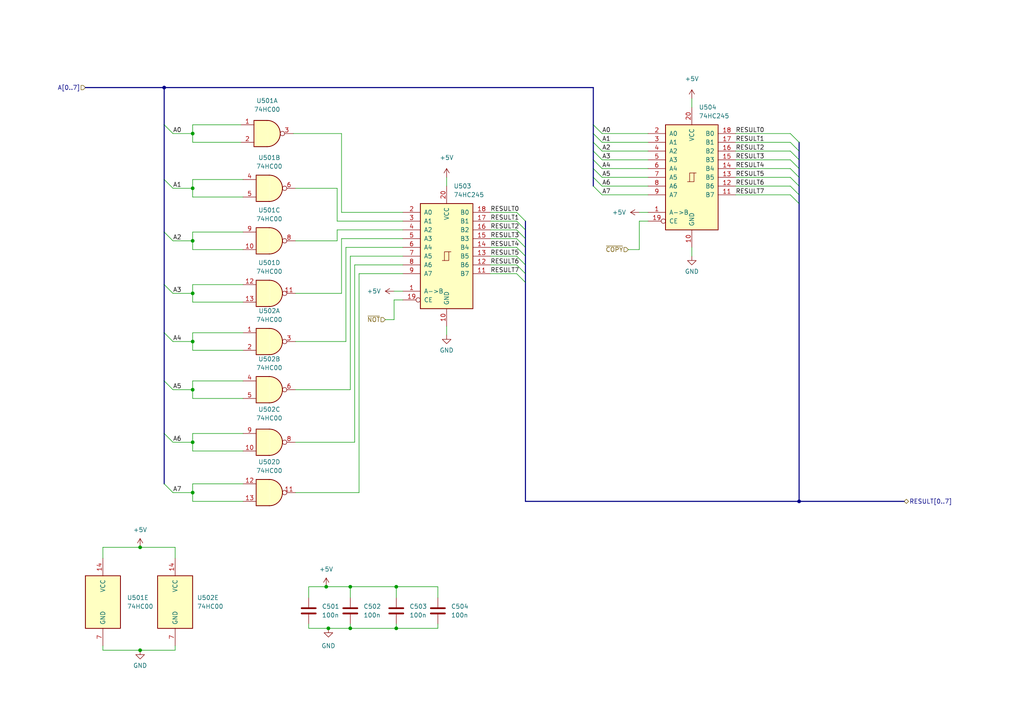
<source format=kicad_sch>
(kicad_sch (version 20211123) (generator eeschema)
  (paper "A4")
  (lib_symbols
    (symbol "74xx:74HC00" (pin_names (offset 1.016))
      (property "Reference" "U" (at 0 1.27 0))
      (property "Value" "74HC00" (at 0 -1.27 0))
      (symbol "74HC00_1_1"
        (arc (start 0 -3.81) (mid 3.81 0) (end 0 3.81) (stroke (width 0.254)) (fill (type background)))
        (polyline (pts (xy 0 3.81) (xy -3.81 3.81) (xy -3.81 -3.81) (xy 0 -3.81)) (stroke (width 0.254)) (fill (type background)))
        (pin input line (at -7.62 2.54 0) (length 3.81) (name "~") (number "1"))
        (pin input line (at -7.62 -2.54 0) (length 3.81) (name "~") (number "2"))
        (pin output inverted (at 7.62 0 180) (length 3.81) (name "~") (number "3"))
      )
      (symbol "74HC00_1_2"
        (arc (start -3.81 -3.81) (mid -2.589 0) (end -3.81 3.81) (stroke (width 0.254)))
        (arc (start -0.6096 -3.81) (mid 2.1842 -2.5851) (end 3.81 0) (stroke (width 0.254)) (fill (type background)))
        (polyline (pts (xy -3.81 -3.81) (xy -0.635 -3.81)) (stroke (width 0.254)) (fill (type background)))
        (polyline (pts (xy -3.81 3.81) (xy -0.635 3.81)) (stroke (width 0.254)) (fill (type background)))
        (polyline (pts (xy -0.635 3.81) (xy -3.81 3.81) (xy -3.81 3.81) (xy -3.556 3.4036) (xy -3.0226 2.2606) (xy -2.6924 1.0414) (xy -2.6162 -0.254) (xy -2.7686 -1.4986) (xy -3.175 -2.7178) (xy -3.81 -3.81) (xy -3.81 -3.81) (xy -0.635 -3.81)) (stroke (width -25.4)) (fill (type background)))
        (arc (start 3.81 0) (mid 2.1915 2.5936) (end -0.6096 3.81) (stroke (width 0.254)) (fill (type background)))
        (pin input inverted (at -7.62 2.54 0) (length 4.318) (name "~") (number "1"))
        (pin input inverted (at -7.62 -2.54 0) (length 4.318) (name "~") (number "2"))
        (pin output line (at 7.62 0 180) (length 3.81) (name "~") (number "3"))
      )
      (symbol "74HC00_2_1"
        (arc (start 0 -3.81) (mid 3.81 0) (end 0 3.81) (stroke (width 0.254)) (fill (type background)))
        (polyline (pts (xy 0 3.81) (xy -3.81 3.81) (xy -3.81 -3.81) (xy 0 -3.81)) (stroke (width 0.254)) (fill (type background)))
        (pin input line (at -7.62 2.54 0) (length 3.81) (name "~") (number "4"))
        (pin input line (at -7.62 -2.54 0) (length 3.81) (name "~") (number "5"))
        (pin output inverted (at 7.62 0 180) (length 3.81) (name "~") (number "6"))
      )
      (symbol "74HC00_2_2"
        (arc (start -3.81 -3.81) (mid -2.589 0) (end -3.81 3.81) (stroke (width 0.254)))
        (arc (start -0.6096 -3.81) (mid 2.1842 -2.5851) (end 3.81 0) (stroke (width 0.254)) (fill (type background)))
        (polyline (pts (xy -3.81 -3.81) (xy -0.635 -3.81)) (stroke (width 0.254)) (fill (type background)))
        (polyline (pts (xy -3.81 3.81) (xy -0.635 3.81)) (stroke (width 0.254)) (fill (type background)))
        (polyline (pts (xy -0.635 3.81) (xy -3.81 3.81) (xy -3.81 3.81) (xy -3.556 3.4036) (xy -3.0226 2.2606) (xy -2.6924 1.0414) (xy -2.6162 -0.254) (xy -2.7686 -1.4986) (xy -3.175 -2.7178) (xy -3.81 -3.81) (xy -3.81 -3.81) (xy -0.635 -3.81)) (stroke (width -25.4)) (fill (type background)))
        (arc (start 3.81 0) (mid 2.1915 2.5936) (end -0.6096 3.81) (stroke (width 0.254)) (fill (type background)))
        (pin input inverted (at -7.62 2.54 0) (length 4.318) (name "~") (number "4"))
        (pin input inverted (at -7.62 -2.54 0) (length 4.318) (name "~") (number "5"))
        (pin output line (at 7.62 0 180) (length 3.81) (name "~") (number "6"))
      )
      (symbol "74HC00_3_1"
        (arc (start 0 -3.81) (mid 3.81 0) (end 0 3.81) (stroke (width 0.254)) (fill (type background)))
        (polyline (pts (xy 0 3.81) (xy -3.81 3.81) (xy -3.81 -3.81) (xy 0 -3.81)) (stroke (width 0.254)) (fill (type background)))
        (pin input line (at -7.62 -2.54 0) (length 3.81) (name "~") (number "10"))
        (pin output inverted (at 7.62 0 180) (length 3.81) (name "~") (number "8"))
        (pin input line (at -7.62 2.54 0) (length 3.81) (name "~") (number "9"))
      )
      (symbol "74HC00_3_2"
        (arc (start -3.81 -3.81) (mid -2.589 0) (end -3.81 3.81) (stroke (width 0.254)))
        (arc (start -0.6096 -3.81) (mid 2.1842 -2.5851) (end 3.81 0) (stroke (width 0.254)) (fill (type background)))
        (polyline (pts (xy -3.81 -3.81) (xy -0.635 -3.81)) (stroke (width 0.254)) (fill (type background)))
        (polyline (pts (xy -3.81 3.81) (xy -0.635 3.81)) (stroke (width 0.254)) (fill (type background)))
        (polyline (pts (xy -0.635 3.81) (xy -3.81 3.81) (xy -3.81 3.81) (xy -3.556 3.4036) (xy -3.0226 2.2606) (xy -2.6924 1.0414) (xy -2.6162 -0.254) (xy -2.7686 -1.4986) (xy -3.175 -2.7178) (xy -3.81 -3.81) (xy -3.81 -3.81) (xy -0.635 -3.81)) (stroke (width -25.4)) (fill (type background)))
        (arc (start 3.81 0) (mid 2.1915 2.5936) (end -0.6096 3.81) (stroke (width 0.254)) (fill (type background)))
        (pin input inverted (at -7.62 -2.54 0) (length 4.318) (name "~") (number "10"))
        (pin output line (at 7.62 0 180) (length 3.81) (name "~") (number "8"))
        (pin input inverted (at -7.62 2.54 0) (length 4.318) (name "~") (number "9"))
      )
      (symbol "74HC00_4_1"
        (arc (start 0 -3.81) (mid 3.81 0) (end 0 3.81) (stroke (width 0.254)) (fill (type background)))
        (polyline (pts (xy 0 3.81) (xy -3.81 3.81) (xy -3.81 -3.81) (xy 0 -3.81)) (stroke (width 0.254)) (fill (type background)))
        (pin output inverted (at 7.62 0 180) (length 3.81) (name "~") (number "11"))
        (pin input line (at -7.62 2.54 0) (length 3.81) (name "~") (number "12"))
        (pin input line (at -7.62 -2.54 0) (length 3.81) (name "~") (number "13"))
      )
      (symbol "74HC00_4_2"
        (arc (start -3.81 -3.81) (mid -2.589 0) (end -3.81 3.81) (stroke (width 0.254)))
        (arc (start -0.6096 -3.81) (mid 2.1842 -2.5851) (end 3.81 0) (stroke (width 0.254)) (fill (type background)))
        (polyline (pts (xy -3.81 -3.81) (xy -0.635 -3.81)) (stroke (width 0.254)) (fill (type background)))
        (polyline (pts (xy -3.81 3.81) (xy -0.635 3.81)) (stroke (width 0.254)) (fill (type background)))
        (polyline (pts (xy -0.635 3.81) (xy -3.81 3.81) (xy -3.81 3.81) (xy -3.556 3.4036) (xy -3.0226 2.2606) (xy -2.6924 1.0414) (xy -2.6162 -0.254) (xy -2.7686 -1.4986) (xy -3.175 -2.7178) (xy -3.81 -3.81) (xy -3.81 -3.81) (xy -0.635 -3.81)) (stroke (width -25.4)) (fill (type background)))
        (arc (start 3.81 0) (mid 2.1915 2.5936) (end -0.6096 3.81) (stroke (width 0.254)) (fill (type background)))
        (pin output line (at 7.62 0 180) (length 3.81) (name "~") (number "11"))
        (pin input inverted (at -7.62 2.54 0) (length 4.318) (name "~") (number "12"))
        (pin input inverted (at -7.62 -2.54 0) (length 4.318) (name "~") (number "13"))
      )
      (symbol "74HC00_5_0"
        (pin power_in line (at 0 12.7 270) (length 5.08) (name "VCC") (number "14"))
        (pin power_in line (at 0 -12.7 90) (length 5.08) (name "GND") (number "7"))
      )
      (symbol "74HC00_5_1"
        (rectangle (start -5.08 7.62) (end 5.08 -7.62) (stroke (width 0.254)) (fill (type background)))
      )
    )
    (symbol "74xx:74HC245" (pin_names (offset 1.016))
      (property "Reference" "U" (at -7.62 16.51 0))
      (property "Value" "74HC245" (at -7.62 -16.51 0))
      (symbol "74HC245_1_0"
        (polyline (pts (xy -0.635 -1.27) (xy -0.635 1.27) (xy 0.635 1.27)))
        (polyline (pts (xy -1.27 -1.27) (xy 0.635 -1.27) (xy 0.635 1.27) (xy 1.27 1.27)))
        (pin input line (at -12.7 -10.16 0) (length 5.08) (name "A->B") (number "1"))
        (pin power_in line (at 0 -20.32 90) (length 5.08) (name "GND") (number "10"))
        (pin tri_state line (at 12.7 -5.08 180) (length 5.08) (name "B7") (number "11"))
        (pin tri_state line (at 12.7 -2.54 180) (length 5.08) (name "B6") (number "12"))
        (pin tri_state line (at 12.7 0 180) (length 5.08) (name "B5") (number "13"))
        (pin tri_state line (at 12.7 2.54 180) (length 5.08) (name "B4") (number "14"))
        (pin tri_state line (at 12.7 5.08 180) (length 5.08) (name "B3") (number "15"))
        (pin tri_state line (at 12.7 7.62 180) (length 5.08) (name "B2") (number "16"))
        (pin tri_state line (at 12.7 10.16 180) (length 5.08) (name "B1") (number "17"))
        (pin tri_state line (at 12.7 12.7 180) (length 5.08) (name "B0") (number "18"))
        (pin input inverted (at -12.7 -12.7 0) (length 5.08) (name "CE") (number "19"))
        (pin tri_state line (at -12.7 12.7 0) (length 5.08) (name "A0") (number "2"))
        (pin power_in line (at 0 20.32 270) (length 5.08) (name "VCC") (number "20"))
        (pin tri_state line (at -12.7 10.16 0) (length 5.08) (name "A1") (number "3"))
        (pin tri_state line (at -12.7 7.62 0) (length 5.08) (name "A2") (number "4"))
        (pin tri_state line (at -12.7 5.08 0) (length 5.08) (name "A3") (number "5"))
        (pin tri_state line (at -12.7 2.54 0) (length 5.08) (name "A4") (number "6"))
        (pin tri_state line (at -12.7 0 0) (length 5.08) (name "A5") (number "7"))
        (pin tri_state line (at -12.7 -2.54 0) (length 5.08) (name "A6") (number "8"))
        (pin tri_state line (at -12.7 -5.08 0) (length 5.08) (name "A7") (number "9"))
      )
      (symbol "74HC245_1_1"
        (rectangle (start -7.62 15.24) (end 7.62 -15.24) (stroke (width 0.254)) (fill (type background)))
      )
    )
    (symbol "Device:C" (pin_numbers hide) (pin_names (offset 0.254))
      (property "Reference" "C" (at 0.635 2.54 0))
      (property "Value" "C" (at 0.635 -2.54 0))
      (symbol "C_0_1"
        (polyline (pts (xy -2.032 -0.762) (xy 2.032 -0.762)) (stroke (width 0.508)))
        (polyline (pts (xy -2.032 0.762) (xy 2.032 0.762)) (stroke (width 0.508)))
      )
      (symbol "C_1_1"
        (pin passive line (at 0 3.81 270) (length 2.794) (name "~") (number "1"))
        (pin passive line (at 0 -3.81 90) (length 2.794) (name "~") (number "2"))
      )
    )
    (symbol "power:+5V" (power) (pin_names (offset 0))
      (property "Value" "+5V" (at 0 3.556 0))
      (symbol "+5V_0_1"
        (polyline (pts (xy -0.762 1.27) (xy 0 2.54)))
        (polyline (pts (xy 0 0) (xy 0 2.54)))
        (polyline (pts (xy 0 2.54) (xy 0.762 1.27)))
      )
      (symbol "+5V_1_1"
        (pin power_in line (at 0 0 90) (length 0) hide (name "+5V") (number "1"))
      )
    )
    (symbol "power:GND" (power) (pin_names (offset 0))
      (property "Value" "GND" (at 0 -3.81 0))
      (symbol "GND_0_1"
        (polyline (pts (xy 0 0) (xy 0 -1.27) (xy 1.27 -1.27) (xy 0 -2.54) (xy -1.27 -1.27) (xy 0 -1.27)))
      )
      (symbol "GND_1_1"
        (pin power_in line (at 0 0 270) (length 0) hide (name "GND") (number "1"))
      )
    )
  )
  (junction (at 114.935 170.18))
  (junction (at 55.88 113.03))
  (junction (at 101.6 170.18))
  (junction (at 55.88 54.61))
  (junction (at 114.935 182.245))
  (junction (at 231.775 145.415))
  (junction (at 94.615 170.18))
  (junction (at 101.6 182.245))
  (junction (at 40.64 158.75))
  (junction (at 55.88 99.06))
  (junction (at 55.88 69.85))
  (junction (at 40.64 188.595))
  (junction (at 55.88 128.27))
  (junction (at 47.625 25.4))
  (junction (at 55.88 38.735))
  (junction (at 95.25 182.245))
  (junction (at 55.88 85.09))
  (junction (at 55.88 142.875))
  (bus_entry (at 231.775 48.895) (size -2.54 -2.54))
  (bus_entry (at 172.085 43.815) (size 2.54 2.54))
  (bus_entry (at 172.085 38.735) (size 2.54 2.54))
  (bus_entry (at 152.4 81.915) (size -2.54 -2.54))
  (bus_entry (at 152.4 74.295) (size -2.54 -2.54))
  (bus_entry (at 231.775 43.815) (size -2.54 -2.54))
  (bus_entry (at 172.085 41.275) (size 2.54 2.54))
  (bus_entry (at 47.625 140.335) (size 2.54 2.54))
  (bus_entry (at 152.4 76.835) (size -2.54 -2.54))
  (bus_entry (at 231.775 53.975) (size -2.54 -2.54))
  (bus_entry (at 152.4 69.215) (size -2.54 -2.54))
  (bus_entry (at 231.775 51.435) (size -2.54 -2.54))
  (bus_entry (at 47.625 52.07) (size 2.54 2.54))
  (bus_entry (at 172.085 53.975) (size 2.54 2.54))
  (bus_entry (at 152.4 71.755) (size -2.54 -2.54))
  (bus_entry (at 152.4 64.135) (size -2.54 -2.54))
  (bus_entry (at 231.775 41.275) (size -2.54 -2.54))
  (bus_entry (at 172.085 48.895) (size 2.54 2.54))
  (bus_entry (at 152.4 79.375) (size -2.54 -2.54))
  (bus_entry (at 47.625 125.73) (size 2.54 2.54))
  (bus_entry (at 172.085 51.435) (size 2.54 2.54))
  (bus_entry (at 172.085 36.195) (size 2.54 2.54))
  (bus_entry (at 231.775 56.515) (size -2.54 -2.54))
  (bus_entry (at 47.625 82.55) (size 2.54 2.54))
  (bus_entry (at 152.4 66.675) (size -2.54 -2.54))
  (bus_entry (at 47.625 110.49) (size 2.54 2.54))
  (bus_entry (at 47.625 67.31) (size 2.54 2.54))
  (bus_entry (at 172.085 46.355) (size 2.54 2.54))
  (bus_entry (at 231.775 59.055) (size -2.54 -2.54))
  (bus_entry (at 47.625 96.52) (size 2.54 2.54))
  (bus_entry (at 231.775 46.355) (size -2.54 -2.54))
  (bus_entry (at 47.625 36.195) (size 2.54 2.54))
  (wire (pts (xy 101.6 113.03) (xy 101.6 74.295)))
  (wire (pts (xy 55.88 36.195) (xy 69.85 36.195)))
  (bus (pts (xy 231.775 56.515) (xy 231.775 59.055)))
  (bus (pts (xy 47.625 67.31) (xy 47.625 82.55)))
  (bus (pts (xy 47.625 110.49) (xy 47.625 125.73)))
  (wire (pts (xy 55.88 85.09) (xy 55.88 82.55)))
  (wire (pts (xy 50.165 69.85) (xy 55.88 69.85)))
  (wire (pts (xy 70.485 87.63) (xy 55.88 87.63)))
  (wire (pts (xy 29.845 158.75) (xy 40.64 158.75)))
  (wire (pts (xy 55.88 54.61) (xy 55.88 52.07)))
  (wire (pts (xy 70.485 115.57) (xy 55.88 115.57)))
  (wire (pts (xy 200.66 71.755) (xy 200.66 74.295)))
  (bus (pts (xy 172.085 48.895) (xy 172.085 51.435)))
  (wire (pts (xy 55.88 110.49) (xy 70.485 110.49)))
  (wire (pts (xy 99.06 85.09) (xy 99.06 69.215)))
  (bus (pts (xy 152.4 79.375) (xy 152.4 76.835)))
  (wire (pts (xy 97.79 66.675) (xy 116.84 66.675)))
  (wire (pts (xy 185.42 72.39) (xy 185.42 64.135)))
  (bus (pts (xy 47.625 96.52) (xy 47.625 110.49)))
  (wire (pts (xy 174.625 56.515) (xy 187.96 56.515)))
  (bus (pts (xy 152.4 71.755) (xy 152.4 69.215)))
  (wire (pts (xy 142.24 66.675) (xy 149.86 66.675)))
  (bus (pts (xy 172.085 43.815) (xy 172.085 46.355)))
  (bus (pts (xy 231.775 41.275) (xy 231.775 43.815)))
  (wire (pts (xy 40.64 158.75) (xy 50.8 158.75)))
  (wire (pts (xy 142.24 79.375) (xy 149.86 79.375)))
  (bus (pts (xy 231.775 145.415) (xy 152.4 145.415)))
  (wire (pts (xy 185.42 64.135) (xy 187.96 64.135)))
  (bus (pts (xy 152.4 81.915) (xy 152.4 79.375)))
  (bus (pts (xy 47.625 125.73) (xy 47.625 140.335)))
  (wire (pts (xy 50.165 142.875) (xy 55.88 142.875)))
  (wire (pts (xy 55.88 145.415) (xy 70.485 145.415)))
  (wire (pts (xy 213.36 51.435) (xy 229.235 51.435)))
  (wire (pts (xy 213.36 46.355) (xy 229.235 46.355)))
  (bus (pts (xy 172.085 36.195) (xy 172.085 38.735)))
  (wire (pts (xy 50.165 85.09) (xy 55.88 85.09)))
  (wire (pts (xy 70.485 101.6) (xy 55.88 101.6)))
  (wire (pts (xy 55.88 67.31) (xy 70.485 67.31)))
  (bus (pts (xy 47.625 82.55) (xy 47.625 96.52)))
  (wire (pts (xy 129.54 94.615) (xy 129.54 97.155)))
  (wire (pts (xy 55.88 125.73) (xy 70.485 125.73)))
  (wire (pts (xy 85.725 113.03) (xy 101.6 113.03)))
  (wire (pts (xy 213.36 53.975) (xy 229.235 53.975)))
  (wire (pts (xy 185.42 61.595) (xy 187.96 61.595)))
  (bus (pts (xy 231.775 59.055) (xy 231.775 145.415)))
  (wire (pts (xy 114.935 170.18) (xy 114.935 173.355)))
  (wire (pts (xy 95.25 182.245) (xy 101.6 182.245)))
  (wire (pts (xy 114.935 170.18) (xy 127 170.18)))
  (wire (pts (xy 101.6 170.18) (xy 114.935 170.18)))
  (wire (pts (xy 29.845 161.925) (xy 29.845 158.75)))
  (wire (pts (xy 55.88 128.27) (xy 55.88 125.73)))
  (wire (pts (xy 174.625 41.275) (xy 187.96 41.275)))
  (wire (pts (xy 142.24 61.595) (xy 149.86 61.595)))
  (wire (pts (xy 111.76 92.71) (xy 114.3 92.71)))
  (wire (pts (xy 50.165 128.27) (xy 55.88 128.27)))
  (wire (pts (xy 55.88 140.335) (xy 55.88 142.875)))
  (wire (pts (xy 174.625 46.355) (xy 187.96 46.355)))
  (bus (pts (xy 172.085 25.4) (xy 172.085 36.195)))
  (wire (pts (xy 116.84 61.595) (xy 99.06 61.595)))
  (bus (pts (xy 172.085 38.735) (xy 172.085 41.275)))
  (wire (pts (xy 142.24 64.135) (xy 149.86 64.135)))
  (wire (pts (xy 97.79 54.61) (xy 85.725 54.61)))
  (wire (pts (xy 114.935 182.245) (xy 114.935 180.975)))
  (wire (pts (xy 70.485 140.335) (xy 55.88 140.335)))
  (bus (pts (xy 152.4 74.295) (xy 152.4 71.755)))
  (wire (pts (xy 55.88 99.06) (xy 55.88 96.52)))
  (wire (pts (xy 29.845 188.595) (xy 40.64 188.595)))
  (bus (pts (xy 172.085 46.355) (xy 172.085 48.895)))
  (wire (pts (xy 101.6 170.18) (xy 101.6 173.355)))
  (wire (pts (xy 213.36 48.895) (xy 229.235 48.895)))
  (bus (pts (xy 47.625 36.195) (xy 47.625 52.07)))
  (wire (pts (xy 50.165 38.735) (xy 55.88 38.735)))
  (wire (pts (xy 97.79 64.135) (xy 97.79 54.61)))
  (wire (pts (xy 89.535 180.975) (xy 89.535 182.245)))
  (wire (pts (xy 99.06 69.215) (xy 116.84 69.215)))
  (wire (pts (xy 114.3 92.71) (xy 114.3 86.995)))
  (bus (pts (xy 152.4 69.215) (xy 152.4 66.675)))
  (wire (pts (xy 101.6 74.295) (xy 116.84 74.295)))
  (bus (pts (xy 24.765 25.4) (xy 47.625 25.4)))
  (bus (pts (xy 231.775 48.895) (xy 231.775 51.435)))
  (wire (pts (xy 142.24 71.755) (xy 149.86 71.755)))
  (wire (pts (xy 100.33 71.755) (xy 116.84 71.755)))
  (wire (pts (xy 104.14 142.875) (xy 85.725 142.875)))
  (wire (pts (xy 174.625 38.735) (xy 187.96 38.735)))
  (bus (pts (xy 231.775 53.975) (xy 231.775 56.515)))
  (wire (pts (xy 55.88 101.6) (xy 55.88 99.06)))
  (bus (pts (xy 231.775 51.435) (xy 231.775 53.975)))
  (wire (pts (xy 114.935 182.245) (xy 127 182.245)))
  (bus (pts (xy 172.085 51.435) (xy 172.085 53.975)))
  (wire (pts (xy 85.725 99.06) (xy 100.33 99.06)))
  (wire (pts (xy 50.165 54.61) (xy 55.88 54.61)))
  (bus (pts (xy 152.4 66.675) (xy 152.4 64.135)))
  (wire (pts (xy 182.245 72.39) (xy 185.42 72.39)))
  (wire (pts (xy 116.84 79.375) (xy 104.14 79.375)))
  (bus (pts (xy 152.4 76.835) (xy 152.4 74.295)))
  (wire (pts (xy 50.8 188.595) (xy 50.8 187.325)))
  (wire (pts (xy 213.36 43.815) (xy 229.235 43.815)))
  (wire (pts (xy 97.79 69.85) (xy 97.79 66.675)))
  (wire (pts (xy 69.85 41.275) (xy 55.88 41.275)))
  (wire (pts (xy 55.88 115.57) (xy 55.88 113.03)))
  (wire (pts (xy 55.88 69.85) (xy 55.88 67.31)))
  (wire (pts (xy 55.88 142.875) (xy 55.88 145.415)))
  (wire (pts (xy 85.725 69.85) (xy 97.79 69.85)))
  (wire (pts (xy 89.535 182.245) (xy 95.25 182.245)))
  (wire (pts (xy 104.14 79.375) (xy 104.14 142.875)))
  (wire (pts (xy 94.615 170.18) (xy 101.6 170.18)))
  (wire (pts (xy 200.66 28.575) (xy 200.66 31.115)))
  (wire (pts (xy 142.24 74.295) (xy 149.86 74.295)))
  (wire (pts (xy 89.535 170.18) (xy 94.615 170.18)))
  (wire (pts (xy 174.625 43.815) (xy 187.96 43.815)))
  (wire (pts (xy 114.3 86.995) (xy 116.84 86.995)))
  (wire (pts (xy 70.485 72.39) (xy 55.88 72.39)))
  (wire (pts (xy 213.36 41.275) (xy 229.235 41.275)))
  (wire (pts (xy 101.6 182.245) (xy 114.935 182.245)))
  (wire (pts (xy 142.24 69.215) (xy 149.86 69.215)))
  (wire (pts (xy 99.06 61.595) (xy 99.06 38.735)))
  (wire (pts (xy 101.6 180.975) (xy 101.6 182.245)))
  (wire (pts (xy 70.485 130.81) (xy 55.88 130.81)))
  (wire (pts (xy 174.625 51.435) (xy 187.96 51.435)))
  (bus (pts (xy 172.085 41.275) (xy 172.085 43.815)))
  (wire (pts (xy 116.84 64.135) (xy 97.79 64.135)))
  (wire (pts (xy 127 170.18) (xy 127 173.355)))
  (wire (pts (xy 129.54 51.435) (xy 129.54 53.975)))
  (wire (pts (xy 142.24 76.835) (xy 149.86 76.835)))
  (wire (pts (xy 89.535 173.355) (xy 89.535 170.18)))
  (wire (pts (xy 55.88 38.735) (xy 55.88 36.195)))
  (wire (pts (xy 85.725 85.09) (xy 99.06 85.09)))
  (wire (pts (xy 55.88 130.81) (xy 55.88 128.27)))
  (bus (pts (xy 152.4 145.415) (xy 152.4 81.915)))
  (bus (pts (xy 47.625 25.4) (xy 47.625 36.195)))
  (bus (pts (xy 231.775 46.355) (xy 231.775 48.895)))
  (bus (pts (xy 47.625 25.4) (xy 172.085 25.4)))
  (wire (pts (xy 55.88 113.03) (xy 55.88 110.49)))
  (wire (pts (xy 50.8 158.75) (xy 50.8 161.925)))
  (wire (pts (xy 213.36 56.515) (xy 229.235 56.515)))
  (wire (pts (xy 102.87 128.27) (xy 102.87 76.835)))
  (wire (pts (xy 50.165 113.03) (xy 55.88 113.03)))
  (wire (pts (xy 70.485 57.15) (xy 55.88 57.15)))
  (wire (pts (xy 50.165 99.06) (xy 55.88 99.06)))
  (wire (pts (xy 127 180.975) (xy 127 182.245)))
  (bus (pts (xy 47.625 52.07) (xy 47.625 67.31)))
  (wire (pts (xy 174.625 53.975) (xy 187.96 53.975)))
  (wire (pts (xy 102.87 76.835) (xy 116.84 76.835)))
  (wire (pts (xy 174.625 48.895) (xy 187.96 48.895)))
  (wire (pts (xy 114.3 84.455) (xy 116.84 84.455)))
  (wire (pts (xy 55.88 41.275) (xy 55.88 38.735)))
  (wire (pts (xy 55.88 82.55) (xy 70.485 82.55)))
  (wire (pts (xy 55.88 57.15) (xy 55.88 54.61)))
  (wire (pts (xy 40.64 188.595) (xy 50.8 188.595)))
  (wire (pts (xy 85.725 128.27) (xy 102.87 128.27)))
  (wire (pts (xy 213.36 38.735) (xy 229.235 38.735)))
  (wire (pts (xy 55.88 96.52) (xy 70.485 96.52)))
  (bus (pts (xy 231.775 43.815) (xy 231.775 46.355)))
  (wire (pts (xy 55.88 87.63) (xy 55.88 85.09)))
  (bus (pts (xy 262.255 145.415) (xy 231.775 145.415)))
  (wire (pts (xy 100.33 99.06) (xy 100.33 71.755)))
  (wire (pts (xy 99.06 38.735) (xy 85.09 38.735)))
  (wire (pts (xy 55.88 72.39) (xy 55.88 69.85)))
  (wire (pts (xy 55.88 52.07) (xy 70.485 52.07)))
  (wire (pts (xy 29.845 187.325) (xy 29.845 188.595)))
  (label "RESULT3" (at 142.24 69.215 0))
  (label "RESULT7" (at 213.36 56.515 0))
  (label "RESULT5" (at 213.36 51.435 0))
  (label "A5" (at 174.625 51.435 0))
  (label "A7" (at 174.625 56.515 0))
  (label "A4" (at 174.625 48.895 0))
  (label "RESULT0" (at 213.36 38.735 0))
  (label "RESULT4" (at 142.24 71.755 0))
  (label "A7" (at 50.165 142.875 0))
  (label "RESULT4" (at 213.36 48.895 0))
  (label "RESULT5" (at 142.24 74.295 0))
  (label "A1" (at 174.625 41.275 0))
  (label "A2" (at 174.625 43.815 0))
  (label "RESULT7" (at 142.24 79.375 0))
  (label "A6" (at 50.165 128.27 0))
  (label "RESULT2" (at 142.24 66.675 0))
  (label "RESULT2" (at 213.36 43.815 0))
  (label "A3" (at 50.165 85.09 0))
  (label "RESULT6" (at 213.36 53.975 0))
  (label "RESULT6" (at 142.24 76.835 0))
  (label "A1" (at 50.165 54.61 0))
  (label "A0" (at 50.165 38.735 0))
  (label "RESULT1" (at 142.24 64.135 0))
  (label "RESULT0" (at 142.24 61.595 0))
  (label "A4" (at 50.165 99.06 0))
  (label "RESULT3" (at 213.36 46.355 0))
  (label "A3" (at 174.625 46.355 0))
  (label "RESULT1" (at 213.36 41.275 0))
  (label "A6" (at 174.625 53.975 0))
  (label "A5" (at 50.165 113.03 0))
  (label "A0" (at 174.625 38.735 0))
  (label "A2" (at 50.165 69.85 0))
  (hierarchical_label "A[0..7]" (shape input) (at 24.765 25.4 180))
  (hierarchical_label "~{NOT}" (shape input) (at 111.76 92.71 180))
  (hierarchical_label "RESULT[0..7]" (shape tri_state) (at 262.255 145.415 0))
  (hierarchical_label "~{COPY}" (shape input) (at 182.245 72.39 180))
  (symbol (lib_id "Device:C") (at 101.6 177.165 0) (unit 1)
    (property "Reference" "C502" (at 105.41 175.8949 0) (effects (justify left)))
    (property "Value" "100n" (at 105.41 178.4349 0) (effects (justify left)))
    (property "Footprint" "Capacitor_SMD:C_0603_1608Metric" (effects hide))
    (property "Datasheet" "https://datasheet.lcsc.com/lcsc/1809301912_YAGEO-CC0603KRX7R9BB104_C14663.pdf" (effects hide))
    (property "LCSC" "C14663" (effects hide))
  )
  (symbol (lib_id "74xx:74HC245") (at 200.66 51.435 0) (unit 1)
    (property "Reference" "U504" (at 202.6794 31.115 0) (effects (justify left)))
    (property "Value" "74HC245" (at 202.6794 33.655 0) (effects (justify left)))
    (property "Footprint" "Package_SO:SOIC-20W_7.5x12.8mm_P1.27mm" (effects hide))
    (property "Datasheet" "http://www.ti.com/lit/gpn/sn74HC245" (effects hide))
    (property "LCSC" "C5625" (effects hide))
  )
  (symbol (lib_id "74xx:74HC00") (at 78.105 113.03 0) (unit 2)
    (property "Reference" "U502" (at 78.105 104.14 0))
    (property "Value" "74HC00" (at 78.105 106.68 0))
    (property "Datasheet" "http://www.ti.com/lit/gpn/sn74hc00" (effects hide))
  )
  (symbol (lib_id "power:+5V") (at 40.64 158.75 0) (unit 1)
    (property "Reference" "#PWR0501" (effects hide))
    (property "Value" "+5V" (at 40.64 153.67 0))
  )
  (symbol (lib_id "power:GND") (at 40.64 188.595 0) (unit 1)
    (property "Reference" "#PWR0502" (effects hide))
    (property "Value" "GND" (at 40.64 193.04 0))
  )
  (symbol (lib_id "power:+5V") (at 185.42 61.595 90) (unit 1)
    (property "Reference" "#PWR0508" (effects hide))
    (property "Value" "+5V" (at 181.61 61.5949 90) (effects (justify left)))
  )
  (symbol (lib_id "74xx:74HC00") (at 78.105 69.85 0) (unit 3)
    (property "Reference" "U501" (at 78.105 60.96 0))
    (property "Value" "74HC00" (at 78.105 63.5 0))
    (property "Datasheet" "http://www.ti.com/lit/gpn/sn74hc00" (effects hide))
  )
  (symbol (lib_id "power:GND") (at 95.25 182.245 0) (unit 1)
    (property "Reference" "#PWR0504" (effects hide))
    (property "Value" "GND" (at 95.25 187.325 0))
  )
  (symbol (lib_id "Device:C") (at 127 177.165 0) (unit 1)
    (property "Reference" "C504" (at 130.81 175.8949 0) (effects (justify left)))
    (property "Value" "100n" (at 130.81 178.4349 0) (effects (justify left)))
    (property "Footprint" "Capacitor_SMD:C_0603_1608Metric" (effects hide))
    (property "Datasheet" "https://datasheet.lcsc.com/lcsc/1809301912_YAGEO-CC0603KRX7R9BB104_C14663.pdf" (effects hide))
    (property "LCSC" "C14663" (effects hide))
  )
  (symbol (lib_id "74xx:74HC00") (at 78.105 99.06 0) (unit 1)
    (property "Reference" "U502" (at 78.105 90.17 0))
    (property "Value" "74HC00" (at 78.105 92.71 0))
    (property "Datasheet" "http://www.ti.com/lit/gpn/sn74hc00" (effects hide))
  )
  (symbol (lib_id "74xx:74HC00") (at 50.8 174.625 0) (unit 5)
    (property "Reference" "U502" (at 57.15 173.3549 0) (effects (justify left)))
    (property "Value" "74HC00" (at 57.15 175.8949 0) (effects (justify left)))
    (property "Footprint" "Package_DIP:DIP-14_W7.62mm_Socket" (effects hide))
    (property "Datasheet" "http://www.ti.com/lit/gpn/sn74hc00" (effects hide))
  )
  (symbol (lib_id "power:GND") (at 129.54 97.155 0) (unit 1)
    (property "Reference" "#PWR0507" (effects hide))
    (property "Value" "GND" (at 129.54 101.6 0))
  )
  (symbol (lib_id "74xx:74HC00") (at 77.47 38.735 0) (unit 1)
    (property "Reference" "U501" (at 77.47 29.21 0))
    (property "Value" "74HC00" (at 77.47 31.75 0))
    (property "Datasheet" "http://www.ti.com/lit/gpn/sn74hc00" (effects hide))
  )
  (symbol (lib_id "74xx:74HC00") (at 78.105 54.61 0) (unit 2)
    (property "Reference" "U501" (at 78.105 45.72 0))
    (property "Value" "74HC00" (at 78.105 48.26 0))
    (property "Datasheet" "http://www.ti.com/lit/gpn/sn74hc00" (effects hide))
  )
  (symbol (lib_id "power:+5V") (at 114.3 84.455 90) (unit 1)
    (property "Reference" "#PWR0505" (effects hide))
    (property "Value" "+5V" (at 110.49 84.4549 90) (effects (justify left)))
  )
  (symbol (lib_id "Device:C") (at 114.935 177.165 0) (unit 1)
    (property "Reference" "C503" (at 118.745 175.8949 0) (effects (justify left)))
    (property "Value" "100n" (at 118.745 178.4349 0) (effects (justify left)))
    (property "Footprint" "Capacitor_SMD:C_0603_1608Metric" (effects hide))
    (property "Datasheet" "https://datasheet.lcsc.com/lcsc/1809301912_YAGEO-CC0603KRX7R9BB104_C14663.pdf" (effects hide))
    (property "LCSC" "C14663" (effects hide))
  )
  (symbol (lib_id "74xx:74HC00") (at 78.105 142.875 0) (unit 4)
    (property "Reference" "U502" (at 78.105 133.985 0))
    (property "Value" "74HC00" (at 78.105 136.525 0))
    (property "Datasheet" "http://www.ti.com/lit/gpn/sn74hc00" (effects hide))
  )
  (symbol (lib_id "74xx:74HC00") (at 29.845 174.625 0) (unit 5)
    (property "Reference" "U501" (at 36.83 173.3549 0) (effects (justify left)))
    (property "Value" "74HC00" (at 36.83 175.8949 0) (effects (justify left)))
    (property "Footprint" "Package_DIP:DIP-14_W7.62mm_Socket" (effects hide))
    (property "Datasheet" "http://www.ti.com/lit/gpn/sn74hc00" (effects hide))
  )
  (symbol (lib_id "74xx:74HC00") (at 78.105 85.09 0) (unit 4)
    (property "Reference" "U501" (at 78.105 76.2 0))
    (property "Value" "74HC00" (at 78.105 78.74 0))
    (property "Datasheet" "http://www.ti.com/lit/gpn/sn74hc00" (effects hide))
  )
  (symbol (lib_id "74xx:74HC245") (at 129.54 74.295 0) (unit 1)
    (property "Reference" "U503" (at 131.5594 53.975 0) (effects (justify left)))
    (property "Value" "74HC245" (at 131.5594 56.515 0) (effects (justify left)))
    (property "Footprint" "Package_SO:SOIC-20W_7.5x12.8mm_P1.27mm" (effects hide))
    (property "Datasheet" "http://www.ti.com/lit/gpn/sn74HC245" (effects hide))
    (property "LCSC" "C5625" (effects hide))
  )
  (symbol (lib_id "power:+5V") (at 94.615 170.18 0) (unit 1)
    (property "Reference" "#PWR0503" (effects hide))
    (property "Value" "+5V" (at 94.615 165.1 0))
  )
  (symbol (lib_id "power:+5V") (at 200.66 28.575 0) (unit 1)
    (property "Reference" "#PWR0509" (effects hide))
    (property "Value" "+5V" (at 200.66 22.86 0))
  )
  (symbol (lib_id "74xx:74HC00") (at 78.105 128.27 0) (unit 3)
    (property "Reference" "U502" (at 78.105 118.745 0))
    (property "Value" "74HC00" (at 78.105 121.285 0))
    (property "Datasheet" "http://www.ti.com/lit/gpn/sn74hc00" (effects hide))
  )
  (symbol (lib_id "power:+5V") (at 129.54 51.435 0) (unit 1)
    (property "Reference" "#PWR0506" (effects hide))
    (property "Value" "+5V" (at 129.54 45.72 0))
  )
  (symbol (lib_id "power:GND") (at 200.66 74.295 0) (unit 1)
    (property "Reference" "#PWR0510" (effects hide))
    (property "Value" "GND" (at 200.66 78.74 0))
  )
  (symbol (lib_id "Device:C") (at 89.535 177.165 0) (unit 1)
    (property "Reference" "C501" (at 93.345 175.8949 0) (effects (justify left)))
    (property "Value" "100n" (at 93.345 178.4349 0) (effects (justify left)))
    (property "Footprint" "Capacitor_SMD:C_0603_1608Metric" (effects hide))
    (property "Datasheet" "https://datasheet.lcsc.com/lcsc/1809301912_YAGEO-CC0603KRX7R9BB104_C14663.pdf" (effects hide))
    (property "LCSC" "C14663" (effects hide))
  )
)
</source>
